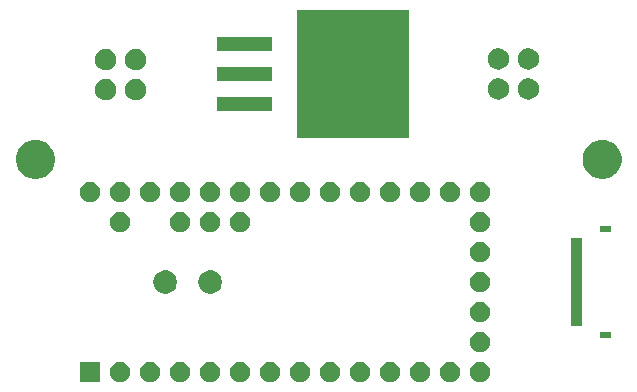
<source format=gbr>
G04 #@! TF.GenerationSoftware,KiCad,Pcbnew,(5.1.5)-2*
G04 #@! TF.CreationDate,2020-01-08T13:09:33+10:00*
G04 #@! TF.ProjectId,teensy-carrier,7465656e-7379-42d6-9361-72726965722e,rev?*
G04 #@! TF.SameCoordinates,Original*
G04 #@! TF.FileFunction,Soldermask,Top*
G04 #@! TF.FilePolarity,Negative*
%FSLAX46Y46*%
G04 Gerber Fmt 4.6, Leading zero omitted, Abs format (unit mm)*
G04 Created by KiCad (PCBNEW (5.1.5)-2) date 2020-01-08 13:09:33*
%MOMM*%
%LPD*%
G04 APERTURE LIST*
%ADD10C,0.100000*%
G04 APERTURE END LIST*
D10*
G36*
X696208228Y-396691703D02*
G01*
X696363100Y-396755853D01*
X696502481Y-396848985D01*
X696621015Y-396967519D01*
X696714147Y-397106900D01*
X696778297Y-397261772D01*
X696811000Y-397426184D01*
X696811000Y-397593816D01*
X696778297Y-397758228D01*
X696714147Y-397913100D01*
X696621015Y-398052481D01*
X696502481Y-398171015D01*
X696363100Y-398264147D01*
X696208228Y-398328297D01*
X696043816Y-398361000D01*
X695876184Y-398361000D01*
X695711772Y-398328297D01*
X695556900Y-398264147D01*
X695417519Y-398171015D01*
X695298985Y-398052481D01*
X695205853Y-397913100D01*
X695141703Y-397758228D01*
X695109000Y-397593816D01*
X695109000Y-397426184D01*
X695141703Y-397261772D01*
X695205853Y-397106900D01*
X695298985Y-396967519D01*
X695417519Y-396848985D01*
X695556900Y-396755853D01*
X695711772Y-396691703D01*
X695876184Y-396659000D01*
X696043816Y-396659000D01*
X696208228Y-396691703D01*
G37*
G36*
X708908228Y-396691703D02*
G01*
X709063100Y-396755853D01*
X709202481Y-396848985D01*
X709321015Y-396967519D01*
X709414147Y-397106900D01*
X709478297Y-397261772D01*
X709511000Y-397426184D01*
X709511000Y-397593816D01*
X709478297Y-397758228D01*
X709414147Y-397913100D01*
X709321015Y-398052481D01*
X709202481Y-398171015D01*
X709063100Y-398264147D01*
X708908228Y-398328297D01*
X708743816Y-398361000D01*
X708576184Y-398361000D01*
X708411772Y-398328297D01*
X708256900Y-398264147D01*
X708117519Y-398171015D01*
X707998985Y-398052481D01*
X707905853Y-397913100D01*
X707841703Y-397758228D01*
X707809000Y-397593816D01*
X707809000Y-397426184D01*
X707841703Y-397261772D01*
X707905853Y-397106900D01*
X707998985Y-396967519D01*
X708117519Y-396848985D01*
X708256900Y-396755853D01*
X708411772Y-396691703D01*
X708576184Y-396659000D01*
X708743816Y-396659000D01*
X708908228Y-396691703D01*
G37*
G36*
X706368228Y-396691703D02*
G01*
X706523100Y-396755853D01*
X706662481Y-396848985D01*
X706781015Y-396967519D01*
X706874147Y-397106900D01*
X706938297Y-397261772D01*
X706971000Y-397426184D01*
X706971000Y-397593816D01*
X706938297Y-397758228D01*
X706874147Y-397913100D01*
X706781015Y-398052481D01*
X706662481Y-398171015D01*
X706523100Y-398264147D01*
X706368228Y-398328297D01*
X706203816Y-398361000D01*
X706036184Y-398361000D01*
X705871772Y-398328297D01*
X705716900Y-398264147D01*
X705577519Y-398171015D01*
X705458985Y-398052481D01*
X705365853Y-397913100D01*
X705301703Y-397758228D01*
X705269000Y-397593816D01*
X705269000Y-397426184D01*
X705301703Y-397261772D01*
X705365853Y-397106900D01*
X705458985Y-396967519D01*
X705577519Y-396848985D01*
X705716900Y-396755853D01*
X705871772Y-396691703D01*
X706036184Y-396659000D01*
X706203816Y-396659000D01*
X706368228Y-396691703D01*
G37*
G36*
X703828228Y-396691703D02*
G01*
X703983100Y-396755853D01*
X704122481Y-396848985D01*
X704241015Y-396967519D01*
X704334147Y-397106900D01*
X704398297Y-397261772D01*
X704431000Y-397426184D01*
X704431000Y-397593816D01*
X704398297Y-397758228D01*
X704334147Y-397913100D01*
X704241015Y-398052481D01*
X704122481Y-398171015D01*
X703983100Y-398264147D01*
X703828228Y-398328297D01*
X703663816Y-398361000D01*
X703496184Y-398361000D01*
X703331772Y-398328297D01*
X703176900Y-398264147D01*
X703037519Y-398171015D01*
X702918985Y-398052481D01*
X702825853Y-397913100D01*
X702761703Y-397758228D01*
X702729000Y-397593816D01*
X702729000Y-397426184D01*
X702761703Y-397261772D01*
X702825853Y-397106900D01*
X702918985Y-396967519D01*
X703037519Y-396848985D01*
X703176900Y-396755853D01*
X703331772Y-396691703D01*
X703496184Y-396659000D01*
X703663816Y-396659000D01*
X703828228Y-396691703D01*
G37*
G36*
X701288228Y-396691703D02*
G01*
X701443100Y-396755853D01*
X701582481Y-396848985D01*
X701701015Y-396967519D01*
X701794147Y-397106900D01*
X701858297Y-397261772D01*
X701891000Y-397426184D01*
X701891000Y-397593816D01*
X701858297Y-397758228D01*
X701794147Y-397913100D01*
X701701015Y-398052481D01*
X701582481Y-398171015D01*
X701443100Y-398264147D01*
X701288228Y-398328297D01*
X701123816Y-398361000D01*
X700956184Y-398361000D01*
X700791772Y-398328297D01*
X700636900Y-398264147D01*
X700497519Y-398171015D01*
X700378985Y-398052481D01*
X700285853Y-397913100D01*
X700221703Y-397758228D01*
X700189000Y-397593816D01*
X700189000Y-397426184D01*
X700221703Y-397261772D01*
X700285853Y-397106900D01*
X700378985Y-396967519D01*
X700497519Y-396848985D01*
X700636900Y-396755853D01*
X700791772Y-396691703D01*
X700956184Y-396659000D01*
X701123816Y-396659000D01*
X701288228Y-396691703D01*
G37*
G36*
X698748228Y-396691703D02*
G01*
X698903100Y-396755853D01*
X699042481Y-396848985D01*
X699161015Y-396967519D01*
X699254147Y-397106900D01*
X699318297Y-397261772D01*
X699351000Y-397426184D01*
X699351000Y-397593816D01*
X699318297Y-397758228D01*
X699254147Y-397913100D01*
X699161015Y-398052481D01*
X699042481Y-398171015D01*
X698903100Y-398264147D01*
X698748228Y-398328297D01*
X698583816Y-398361000D01*
X698416184Y-398361000D01*
X698251772Y-398328297D01*
X698096900Y-398264147D01*
X697957519Y-398171015D01*
X697838985Y-398052481D01*
X697745853Y-397913100D01*
X697681703Y-397758228D01*
X697649000Y-397593816D01*
X697649000Y-397426184D01*
X697681703Y-397261772D01*
X697745853Y-397106900D01*
X697838985Y-396967519D01*
X697957519Y-396848985D01*
X698096900Y-396755853D01*
X698251772Y-396691703D01*
X698416184Y-396659000D01*
X698583816Y-396659000D01*
X698748228Y-396691703D01*
G37*
G36*
X693668228Y-396691703D02*
G01*
X693823100Y-396755853D01*
X693962481Y-396848985D01*
X694081015Y-396967519D01*
X694174147Y-397106900D01*
X694238297Y-397261772D01*
X694271000Y-397426184D01*
X694271000Y-397593816D01*
X694238297Y-397758228D01*
X694174147Y-397913100D01*
X694081015Y-398052481D01*
X693962481Y-398171015D01*
X693823100Y-398264147D01*
X693668228Y-398328297D01*
X693503816Y-398361000D01*
X693336184Y-398361000D01*
X693171772Y-398328297D01*
X693016900Y-398264147D01*
X692877519Y-398171015D01*
X692758985Y-398052481D01*
X692665853Y-397913100D01*
X692601703Y-397758228D01*
X692569000Y-397593816D01*
X692569000Y-397426184D01*
X692601703Y-397261772D01*
X692665853Y-397106900D01*
X692758985Y-396967519D01*
X692877519Y-396848985D01*
X693016900Y-396755853D01*
X693171772Y-396691703D01*
X693336184Y-396659000D01*
X693503816Y-396659000D01*
X693668228Y-396691703D01*
G37*
G36*
X691128228Y-396691703D02*
G01*
X691283100Y-396755853D01*
X691422481Y-396848985D01*
X691541015Y-396967519D01*
X691634147Y-397106900D01*
X691698297Y-397261772D01*
X691731000Y-397426184D01*
X691731000Y-397593816D01*
X691698297Y-397758228D01*
X691634147Y-397913100D01*
X691541015Y-398052481D01*
X691422481Y-398171015D01*
X691283100Y-398264147D01*
X691128228Y-398328297D01*
X690963816Y-398361000D01*
X690796184Y-398361000D01*
X690631772Y-398328297D01*
X690476900Y-398264147D01*
X690337519Y-398171015D01*
X690218985Y-398052481D01*
X690125853Y-397913100D01*
X690061703Y-397758228D01*
X690029000Y-397593816D01*
X690029000Y-397426184D01*
X690061703Y-397261772D01*
X690125853Y-397106900D01*
X690218985Y-396967519D01*
X690337519Y-396848985D01*
X690476900Y-396755853D01*
X690631772Y-396691703D01*
X690796184Y-396659000D01*
X690963816Y-396659000D01*
X691128228Y-396691703D01*
G37*
G36*
X688588228Y-396691703D02*
G01*
X688743100Y-396755853D01*
X688882481Y-396848985D01*
X689001015Y-396967519D01*
X689094147Y-397106900D01*
X689158297Y-397261772D01*
X689191000Y-397426184D01*
X689191000Y-397593816D01*
X689158297Y-397758228D01*
X689094147Y-397913100D01*
X689001015Y-398052481D01*
X688882481Y-398171015D01*
X688743100Y-398264147D01*
X688588228Y-398328297D01*
X688423816Y-398361000D01*
X688256184Y-398361000D01*
X688091772Y-398328297D01*
X687936900Y-398264147D01*
X687797519Y-398171015D01*
X687678985Y-398052481D01*
X687585853Y-397913100D01*
X687521703Y-397758228D01*
X687489000Y-397593816D01*
X687489000Y-397426184D01*
X687521703Y-397261772D01*
X687585853Y-397106900D01*
X687678985Y-396967519D01*
X687797519Y-396848985D01*
X687936900Y-396755853D01*
X688091772Y-396691703D01*
X688256184Y-396659000D01*
X688423816Y-396659000D01*
X688588228Y-396691703D01*
G37*
G36*
X686048228Y-396691703D02*
G01*
X686203100Y-396755853D01*
X686342481Y-396848985D01*
X686461015Y-396967519D01*
X686554147Y-397106900D01*
X686618297Y-397261772D01*
X686651000Y-397426184D01*
X686651000Y-397593816D01*
X686618297Y-397758228D01*
X686554147Y-397913100D01*
X686461015Y-398052481D01*
X686342481Y-398171015D01*
X686203100Y-398264147D01*
X686048228Y-398328297D01*
X685883816Y-398361000D01*
X685716184Y-398361000D01*
X685551772Y-398328297D01*
X685396900Y-398264147D01*
X685257519Y-398171015D01*
X685138985Y-398052481D01*
X685045853Y-397913100D01*
X684981703Y-397758228D01*
X684949000Y-397593816D01*
X684949000Y-397426184D01*
X684981703Y-397261772D01*
X685045853Y-397106900D01*
X685138985Y-396967519D01*
X685257519Y-396848985D01*
X685396900Y-396755853D01*
X685551772Y-396691703D01*
X685716184Y-396659000D01*
X685883816Y-396659000D01*
X686048228Y-396691703D01*
G37*
G36*
X683508228Y-396691703D02*
G01*
X683663100Y-396755853D01*
X683802481Y-396848985D01*
X683921015Y-396967519D01*
X684014147Y-397106900D01*
X684078297Y-397261772D01*
X684111000Y-397426184D01*
X684111000Y-397593816D01*
X684078297Y-397758228D01*
X684014147Y-397913100D01*
X683921015Y-398052481D01*
X683802481Y-398171015D01*
X683663100Y-398264147D01*
X683508228Y-398328297D01*
X683343816Y-398361000D01*
X683176184Y-398361000D01*
X683011772Y-398328297D01*
X682856900Y-398264147D01*
X682717519Y-398171015D01*
X682598985Y-398052481D01*
X682505853Y-397913100D01*
X682441703Y-397758228D01*
X682409000Y-397593816D01*
X682409000Y-397426184D01*
X682441703Y-397261772D01*
X682505853Y-397106900D01*
X682598985Y-396967519D01*
X682717519Y-396848985D01*
X682856900Y-396755853D01*
X683011772Y-396691703D01*
X683176184Y-396659000D01*
X683343816Y-396659000D01*
X683508228Y-396691703D01*
G37*
G36*
X680968228Y-396691703D02*
G01*
X681123100Y-396755853D01*
X681262481Y-396848985D01*
X681381015Y-396967519D01*
X681474147Y-397106900D01*
X681538297Y-397261772D01*
X681571000Y-397426184D01*
X681571000Y-397593816D01*
X681538297Y-397758228D01*
X681474147Y-397913100D01*
X681381015Y-398052481D01*
X681262481Y-398171015D01*
X681123100Y-398264147D01*
X680968228Y-398328297D01*
X680803816Y-398361000D01*
X680636184Y-398361000D01*
X680471772Y-398328297D01*
X680316900Y-398264147D01*
X680177519Y-398171015D01*
X680058985Y-398052481D01*
X679965853Y-397913100D01*
X679901703Y-397758228D01*
X679869000Y-397593816D01*
X679869000Y-397426184D01*
X679901703Y-397261772D01*
X679965853Y-397106900D01*
X680058985Y-396967519D01*
X680177519Y-396848985D01*
X680316900Y-396755853D01*
X680471772Y-396691703D01*
X680636184Y-396659000D01*
X680803816Y-396659000D01*
X680968228Y-396691703D01*
G37*
G36*
X678428228Y-396691703D02*
G01*
X678583100Y-396755853D01*
X678722481Y-396848985D01*
X678841015Y-396967519D01*
X678934147Y-397106900D01*
X678998297Y-397261772D01*
X679031000Y-397426184D01*
X679031000Y-397593816D01*
X678998297Y-397758228D01*
X678934147Y-397913100D01*
X678841015Y-398052481D01*
X678722481Y-398171015D01*
X678583100Y-398264147D01*
X678428228Y-398328297D01*
X678263816Y-398361000D01*
X678096184Y-398361000D01*
X677931772Y-398328297D01*
X677776900Y-398264147D01*
X677637519Y-398171015D01*
X677518985Y-398052481D01*
X677425853Y-397913100D01*
X677361703Y-397758228D01*
X677329000Y-397593816D01*
X677329000Y-397426184D01*
X677361703Y-397261772D01*
X677425853Y-397106900D01*
X677518985Y-396967519D01*
X677637519Y-396848985D01*
X677776900Y-396755853D01*
X677931772Y-396691703D01*
X678096184Y-396659000D01*
X678263816Y-396659000D01*
X678428228Y-396691703D01*
G37*
G36*
X676491000Y-398361000D02*
G01*
X674789000Y-398361000D01*
X674789000Y-396659000D01*
X676491000Y-396659000D01*
X676491000Y-398361000D01*
G37*
G36*
X708908228Y-394151703D02*
G01*
X709063100Y-394215853D01*
X709202481Y-394308985D01*
X709321015Y-394427519D01*
X709414147Y-394566900D01*
X709478297Y-394721772D01*
X709511000Y-394886184D01*
X709511000Y-395053816D01*
X709478297Y-395218228D01*
X709414147Y-395373100D01*
X709321015Y-395512481D01*
X709202481Y-395631015D01*
X709063100Y-395724147D01*
X708908228Y-395788297D01*
X708743816Y-395821000D01*
X708576184Y-395821000D01*
X708411772Y-395788297D01*
X708256900Y-395724147D01*
X708117519Y-395631015D01*
X707998985Y-395512481D01*
X707905853Y-395373100D01*
X707841703Y-395218228D01*
X707809000Y-395053816D01*
X707809000Y-394886184D01*
X707841703Y-394721772D01*
X707905853Y-394566900D01*
X707998985Y-394427519D01*
X708117519Y-394308985D01*
X708256900Y-394215853D01*
X708411772Y-394151703D01*
X708576184Y-394119000D01*
X708743816Y-394119000D01*
X708908228Y-394151703D01*
G37*
G36*
X719751000Y-394641000D02*
G01*
X718849000Y-394641000D01*
X718849000Y-394139000D01*
X719751000Y-394139000D01*
X719751000Y-394641000D01*
G37*
G36*
X717251000Y-393591000D02*
G01*
X716349000Y-393591000D01*
X716349000Y-386189000D01*
X717251000Y-386189000D01*
X717251000Y-393591000D01*
G37*
G36*
X708908228Y-391611703D02*
G01*
X709063100Y-391675853D01*
X709202481Y-391768985D01*
X709321015Y-391887519D01*
X709414147Y-392026900D01*
X709478297Y-392181772D01*
X709511000Y-392346184D01*
X709511000Y-392513816D01*
X709478297Y-392678228D01*
X709414147Y-392833100D01*
X709321015Y-392972481D01*
X709202481Y-393091015D01*
X709063100Y-393184147D01*
X708908228Y-393248297D01*
X708743816Y-393281000D01*
X708576184Y-393281000D01*
X708411772Y-393248297D01*
X708256900Y-393184147D01*
X708117519Y-393091015D01*
X707998985Y-392972481D01*
X707905853Y-392833100D01*
X707841703Y-392678228D01*
X707809000Y-392513816D01*
X707809000Y-392346184D01*
X707841703Y-392181772D01*
X707905853Y-392026900D01*
X707998985Y-391887519D01*
X708117519Y-391768985D01*
X708256900Y-391675853D01*
X708411772Y-391611703D01*
X708576184Y-391579000D01*
X708743816Y-391579000D01*
X708908228Y-391611703D01*
G37*
G36*
X682185285Y-388908234D02*
G01*
X682281981Y-388927468D01*
X682464151Y-389002926D01*
X682628100Y-389112473D01*
X682767527Y-389251900D01*
X682877074Y-389415849D01*
X682952532Y-389598019D01*
X682991000Y-389791410D01*
X682991000Y-389988590D01*
X682952532Y-390181981D01*
X682877074Y-390364151D01*
X682767527Y-390528100D01*
X682628100Y-390667527D01*
X682464151Y-390777074D01*
X682281981Y-390852532D01*
X682185285Y-390871766D01*
X682088591Y-390891000D01*
X681891409Y-390891000D01*
X681698019Y-390852532D01*
X681515849Y-390777074D01*
X681351900Y-390667527D01*
X681212473Y-390528100D01*
X681102926Y-390364151D01*
X681027468Y-390181981D01*
X680989000Y-389988590D01*
X680989000Y-389791410D01*
X681027468Y-389598019D01*
X681102926Y-389415849D01*
X681212473Y-389251900D01*
X681351900Y-389112473D01*
X681515849Y-389002926D01*
X681698019Y-388927468D01*
X681794715Y-388908234D01*
X681891409Y-388889000D01*
X682088591Y-388889000D01*
X682185285Y-388908234D01*
G37*
G36*
X685995285Y-388908234D02*
G01*
X686091981Y-388927468D01*
X686274151Y-389002926D01*
X686438100Y-389112473D01*
X686577527Y-389251900D01*
X686687074Y-389415849D01*
X686762532Y-389598019D01*
X686801000Y-389791410D01*
X686801000Y-389988590D01*
X686762532Y-390181981D01*
X686687074Y-390364151D01*
X686577527Y-390528100D01*
X686438100Y-390667527D01*
X686274151Y-390777074D01*
X686091981Y-390852532D01*
X685995285Y-390871766D01*
X685898591Y-390891000D01*
X685701409Y-390891000D01*
X685508019Y-390852532D01*
X685325849Y-390777074D01*
X685161900Y-390667527D01*
X685022473Y-390528100D01*
X684912926Y-390364151D01*
X684837468Y-390181981D01*
X684799000Y-389988590D01*
X684799000Y-389791410D01*
X684837468Y-389598019D01*
X684912926Y-389415849D01*
X685022473Y-389251900D01*
X685161900Y-389112473D01*
X685325849Y-389002926D01*
X685508019Y-388927468D01*
X685604715Y-388908234D01*
X685701409Y-388889000D01*
X685898591Y-388889000D01*
X685995285Y-388908234D01*
G37*
G36*
X708908228Y-389071703D02*
G01*
X709063100Y-389135853D01*
X709202481Y-389228985D01*
X709321015Y-389347519D01*
X709414147Y-389486900D01*
X709478297Y-389641772D01*
X709511000Y-389806184D01*
X709511000Y-389973816D01*
X709478297Y-390138228D01*
X709414147Y-390293100D01*
X709321015Y-390432481D01*
X709202481Y-390551015D01*
X709063100Y-390644147D01*
X708908228Y-390708297D01*
X708743816Y-390741000D01*
X708576184Y-390741000D01*
X708411772Y-390708297D01*
X708256900Y-390644147D01*
X708117519Y-390551015D01*
X707998985Y-390432481D01*
X707905853Y-390293100D01*
X707841703Y-390138228D01*
X707809000Y-389973816D01*
X707809000Y-389806184D01*
X707841703Y-389641772D01*
X707905853Y-389486900D01*
X707998985Y-389347519D01*
X708117519Y-389228985D01*
X708256900Y-389135853D01*
X708411772Y-389071703D01*
X708576184Y-389039000D01*
X708743816Y-389039000D01*
X708908228Y-389071703D01*
G37*
G36*
X708908228Y-386531703D02*
G01*
X709063100Y-386595853D01*
X709202481Y-386688985D01*
X709321015Y-386807519D01*
X709414147Y-386946900D01*
X709478297Y-387101772D01*
X709511000Y-387266184D01*
X709511000Y-387433816D01*
X709478297Y-387598228D01*
X709414147Y-387753100D01*
X709321015Y-387892481D01*
X709202481Y-388011015D01*
X709063100Y-388104147D01*
X708908228Y-388168297D01*
X708743816Y-388201000D01*
X708576184Y-388201000D01*
X708411772Y-388168297D01*
X708256900Y-388104147D01*
X708117519Y-388011015D01*
X707998985Y-387892481D01*
X707905853Y-387753100D01*
X707841703Y-387598228D01*
X707809000Y-387433816D01*
X707809000Y-387266184D01*
X707841703Y-387101772D01*
X707905853Y-386946900D01*
X707998985Y-386807519D01*
X708117519Y-386688985D01*
X708256900Y-386595853D01*
X708411772Y-386531703D01*
X708576184Y-386499000D01*
X708743816Y-386499000D01*
X708908228Y-386531703D01*
G37*
G36*
X678428228Y-383991703D02*
G01*
X678583100Y-384055853D01*
X678722481Y-384148985D01*
X678841015Y-384267519D01*
X678934147Y-384406900D01*
X678998297Y-384561772D01*
X679031000Y-384726184D01*
X679031000Y-384893816D01*
X678998297Y-385058228D01*
X678934147Y-385213100D01*
X678841015Y-385352481D01*
X678722481Y-385471015D01*
X678583100Y-385564147D01*
X678428228Y-385628297D01*
X678263816Y-385661000D01*
X678096184Y-385661000D01*
X677931772Y-385628297D01*
X677776900Y-385564147D01*
X677637519Y-385471015D01*
X677518985Y-385352481D01*
X677425853Y-385213100D01*
X677361703Y-385058228D01*
X677329000Y-384893816D01*
X677329000Y-384726184D01*
X677361703Y-384561772D01*
X677425853Y-384406900D01*
X677518985Y-384267519D01*
X677637519Y-384148985D01*
X677776900Y-384055853D01*
X677931772Y-383991703D01*
X678096184Y-383959000D01*
X678263816Y-383959000D01*
X678428228Y-383991703D01*
G37*
G36*
X708908228Y-383991703D02*
G01*
X709063100Y-384055853D01*
X709202481Y-384148985D01*
X709321015Y-384267519D01*
X709414147Y-384406900D01*
X709478297Y-384561772D01*
X709511000Y-384726184D01*
X709511000Y-384893816D01*
X709478297Y-385058228D01*
X709414147Y-385213100D01*
X709321015Y-385352481D01*
X709202481Y-385471015D01*
X709063100Y-385564147D01*
X708908228Y-385628297D01*
X708743816Y-385661000D01*
X708576184Y-385661000D01*
X708411772Y-385628297D01*
X708256900Y-385564147D01*
X708117519Y-385471015D01*
X707998985Y-385352481D01*
X707905853Y-385213100D01*
X707841703Y-385058228D01*
X707809000Y-384893816D01*
X707809000Y-384726184D01*
X707841703Y-384561772D01*
X707905853Y-384406900D01*
X707998985Y-384267519D01*
X708117519Y-384148985D01*
X708256900Y-384055853D01*
X708411772Y-383991703D01*
X708576184Y-383959000D01*
X708743816Y-383959000D01*
X708908228Y-383991703D01*
G37*
G36*
X683508228Y-383991703D02*
G01*
X683663100Y-384055853D01*
X683802481Y-384148985D01*
X683921015Y-384267519D01*
X684014147Y-384406900D01*
X684078297Y-384561772D01*
X684111000Y-384726184D01*
X684111000Y-384893816D01*
X684078297Y-385058228D01*
X684014147Y-385213100D01*
X683921015Y-385352481D01*
X683802481Y-385471015D01*
X683663100Y-385564147D01*
X683508228Y-385628297D01*
X683343816Y-385661000D01*
X683176184Y-385661000D01*
X683011772Y-385628297D01*
X682856900Y-385564147D01*
X682717519Y-385471015D01*
X682598985Y-385352481D01*
X682505853Y-385213100D01*
X682441703Y-385058228D01*
X682409000Y-384893816D01*
X682409000Y-384726184D01*
X682441703Y-384561772D01*
X682505853Y-384406900D01*
X682598985Y-384267519D01*
X682717519Y-384148985D01*
X682856900Y-384055853D01*
X683011772Y-383991703D01*
X683176184Y-383959000D01*
X683343816Y-383959000D01*
X683508228Y-383991703D01*
G37*
G36*
X686048228Y-383991703D02*
G01*
X686203100Y-384055853D01*
X686342481Y-384148985D01*
X686461015Y-384267519D01*
X686554147Y-384406900D01*
X686618297Y-384561772D01*
X686651000Y-384726184D01*
X686651000Y-384893816D01*
X686618297Y-385058228D01*
X686554147Y-385213100D01*
X686461015Y-385352481D01*
X686342481Y-385471015D01*
X686203100Y-385564147D01*
X686048228Y-385628297D01*
X685883816Y-385661000D01*
X685716184Y-385661000D01*
X685551772Y-385628297D01*
X685396900Y-385564147D01*
X685257519Y-385471015D01*
X685138985Y-385352481D01*
X685045853Y-385213100D01*
X684981703Y-385058228D01*
X684949000Y-384893816D01*
X684949000Y-384726184D01*
X684981703Y-384561772D01*
X685045853Y-384406900D01*
X685138985Y-384267519D01*
X685257519Y-384148985D01*
X685396900Y-384055853D01*
X685551772Y-383991703D01*
X685716184Y-383959000D01*
X685883816Y-383959000D01*
X686048228Y-383991703D01*
G37*
G36*
X688588228Y-383991703D02*
G01*
X688743100Y-384055853D01*
X688882481Y-384148985D01*
X689001015Y-384267519D01*
X689094147Y-384406900D01*
X689158297Y-384561772D01*
X689191000Y-384726184D01*
X689191000Y-384893816D01*
X689158297Y-385058228D01*
X689094147Y-385213100D01*
X689001015Y-385352481D01*
X688882481Y-385471015D01*
X688743100Y-385564147D01*
X688588228Y-385628297D01*
X688423816Y-385661000D01*
X688256184Y-385661000D01*
X688091772Y-385628297D01*
X687936900Y-385564147D01*
X687797519Y-385471015D01*
X687678985Y-385352481D01*
X687585853Y-385213100D01*
X687521703Y-385058228D01*
X687489000Y-384893816D01*
X687489000Y-384726184D01*
X687521703Y-384561772D01*
X687585853Y-384406900D01*
X687678985Y-384267519D01*
X687797519Y-384148985D01*
X687936900Y-384055853D01*
X688091772Y-383991703D01*
X688256184Y-383959000D01*
X688423816Y-383959000D01*
X688588228Y-383991703D01*
G37*
G36*
X719751000Y-385641000D02*
G01*
X718849000Y-385641000D01*
X718849000Y-385139000D01*
X719751000Y-385139000D01*
X719751000Y-385641000D01*
G37*
G36*
X680968228Y-381451703D02*
G01*
X681123100Y-381515853D01*
X681262481Y-381608985D01*
X681381015Y-381727519D01*
X681474147Y-381866900D01*
X681538297Y-382021772D01*
X681571000Y-382186184D01*
X681571000Y-382353816D01*
X681538297Y-382518228D01*
X681474147Y-382673100D01*
X681381015Y-382812481D01*
X681262481Y-382931015D01*
X681123100Y-383024147D01*
X680968228Y-383088297D01*
X680803816Y-383121000D01*
X680636184Y-383121000D01*
X680471772Y-383088297D01*
X680316900Y-383024147D01*
X680177519Y-382931015D01*
X680058985Y-382812481D01*
X679965853Y-382673100D01*
X679901703Y-382518228D01*
X679869000Y-382353816D01*
X679869000Y-382186184D01*
X679901703Y-382021772D01*
X679965853Y-381866900D01*
X680058985Y-381727519D01*
X680177519Y-381608985D01*
X680316900Y-381515853D01*
X680471772Y-381451703D01*
X680636184Y-381419000D01*
X680803816Y-381419000D01*
X680968228Y-381451703D01*
G37*
G36*
X688588228Y-381451703D02*
G01*
X688743100Y-381515853D01*
X688882481Y-381608985D01*
X689001015Y-381727519D01*
X689094147Y-381866900D01*
X689158297Y-382021772D01*
X689191000Y-382186184D01*
X689191000Y-382353816D01*
X689158297Y-382518228D01*
X689094147Y-382673100D01*
X689001015Y-382812481D01*
X688882481Y-382931015D01*
X688743100Y-383024147D01*
X688588228Y-383088297D01*
X688423816Y-383121000D01*
X688256184Y-383121000D01*
X688091772Y-383088297D01*
X687936900Y-383024147D01*
X687797519Y-382931015D01*
X687678985Y-382812481D01*
X687585853Y-382673100D01*
X687521703Y-382518228D01*
X687489000Y-382353816D01*
X687489000Y-382186184D01*
X687521703Y-382021772D01*
X687585853Y-381866900D01*
X687678985Y-381727519D01*
X687797519Y-381608985D01*
X687936900Y-381515853D01*
X688091772Y-381451703D01*
X688256184Y-381419000D01*
X688423816Y-381419000D01*
X688588228Y-381451703D01*
G37*
G36*
X686048228Y-381451703D02*
G01*
X686203100Y-381515853D01*
X686342481Y-381608985D01*
X686461015Y-381727519D01*
X686554147Y-381866900D01*
X686618297Y-382021772D01*
X686651000Y-382186184D01*
X686651000Y-382353816D01*
X686618297Y-382518228D01*
X686554147Y-382673100D01*
X686461015Y-382812481D01*
X686342481Y-382931015D01*
X686203100Y-383024147D01*
X686048228Y-383088297D01*
X685883816Y-383121000D01*
X685716184Y-383121000D01*
X685551772Y-383088297D01*
X685396900Y-383024147D01*
X685257519Y-382931015D01*
X685138985Y-382812481D01*
X685045853Y-382673100D01*
X684981703Y-382518228D01*
X684949000Y-382353816D01*
X684949000Y-382186184D01*
X684981703Y-382021772D01*
X685045853Y-381866900D01*
X685138985Y-381727519D01*
X685257519Y-381608985D01*
X685396900Y-381515853D01*
X685551772Y-381451703D01*
X685716184Y-381419000D01*
X685883816Y-381419000D01*
X686048228Y-381451703D01*
G37*
G36*
X683508228Y-381451703D02*
G01*
X683663100Y-381515853D01*
X683802481Y-381608985D01*
X683921015Y-381727519D01*
X684014147Y-381866900D01*
X684078297Y-382021772D01*
X684111000Y-382186184D01*
X684111000Y-382353816D01*
X684078297Y-382518228D01*
X684014147Y-382673100D01*
X683921015Y-382812481D01*
X683802481Y-382931015D01*
X683663100Y-383024147D01*
X683508228Y-383088297D01*
X683343816Y-383121000D01*
X683176184Y-383121000D01*
X683011772Y-383088297D01*
X682856900Y-383024147D01*
X682717519Y-382931015D01*
X682598985Y-382812481D01*
X682505853Y-382673100D01*
X682441703Y-382518228D01*
X682409000Y-382353816D01*
X682409000Y-382186184D01*
X682441703Y-382021772D01*
X682505853Y-381866900D01*
X682598985Y-381727519D01*
X682717519Y-381608985D01*
X682856900Y-381515853D01*
X683011772Y-381451703D01*
X683176184Y-381419000D01*
X683343816Y-381419000D01*
X683508228Y-381451703D01*
G37*
G36*
X708908228Y-381451703D02*
G01*
X709063100Y-381515853D01*
X709202481Y-381608985D01*
X709321015Y-381727519D01*
X709414147Y-381866900D01*
X709478297Y-382021772D01*
X709511000Y-382186184D01*
X709511000Y-382353816D01*
X709478297Y-382518228D01*
X709414147Y-382673100D01*
X709321015Y-382812481D01*
X709202481Y-382931015D01*
X709063100Y-383024147D01*
X708908228Y-383088297D01*
X708743816Y-383121000D01*
X708576184Y-383121000D01*
X708411772Y-383088297D01*
X708256900Y-383024147D01*
X708117519Y-382931015D01*
X707998985Y-382812481D01*
X707905853Y-382673100D01*
X707841703Y-382518228D01*
X707809000Y-382353816D01*
X707809000Y-382186184D01*
X707841703Y-382021772D01*
X707905853Y-381866900D01*
X707998985Y-381727519D01*
X708117519Y-381608985D01*
X708256900Y-381515853D01*
X708411772Y-381451703D01*
X708576184Y-381419000D01*
X708743816Y-381419000D01*
X708908228Y-381451703D01*
G37*
G36*
X678428228Y-381451703D02*
G01*
X678583100Y-381515853D01*
X678722481Y-381608985D01*
X678841015Y-381727519D01*
X678934147Y-381866900D01*
X678998297Y-382021772D01*
X679031000Y-382186184D01*
X679031000Y-382353816D01*
X678998297Y-382518228D01*
X678934147Y-382673100D01*
X678841015Y-382812481D01*
X678722481Y-382931015D01*
X678583100Y-383024147D01*
X678428228Y-383088297D01*
X678263816Y-383121000D01*
X678096184Y-383121000D01*
X677931772Y-383088297D01*
X677776900Y-383024147D01*
X677637519Y-382931015D01*
X677518985Y-382812481D01*
X677425853Y-382673100D01*
X677361703Y-382518228D01*
X677329000Y-382353816D01*
X677329000Y-382186184D01*
X677361703Y-382021772D01*
X677425853Y-381866900D01*
X677518985Y-381727519D01*
X677637519Y-381608985D01*
X677776900Y-381515853D01*
X677931772Y-381451703D01*
X678096184Y-381419000D01*
X678263816Y-381419000D01*
X678428228Y-381451703D01*
G37*
G36*
X675888228Y-381451703D02*
G01*
X676043100Y-381515853D01*
X676182481Y-381608985D01*
X676301015Y-381727519D01*
X676394147Y-381866900D01*
X676458297Y-382021772D01*
X676491000Y-382186184D01*
X676491000Y-382353816D01*
X676458297Y-382518228D01*
X676394147Y-382673100D01*
X676301015Y-382812481D01*
X676182481Y-382931015D01*
X676043100Y-383024147D01*
X675888228Y-383088297D01*
X675723816Y-383121000D01*
X675556184Y-383121000D01*
X675391772Y-383088297D01*
X675236900Y-383024147D01*
X675097519Y-382931015D01*
X674978985Y-382812481D01*
X674885853Y-382673100D01*
X674821703Y-382518228D01*
X674789000Y-382353816D01*
X674789000Y-382186184D01*
X674821703Y-382021772D01*
X674885853Y-381866900D01*
X674978985Y-381727519D01*
X675097519Y-381608985D01*
X675236900Y-381515853D01*
X675391772Y-381451703D01*
X675556184Y-381419000D01*
X675723816Y-381419000D01*
X675888228Y-381451703D01*
G37*
G36*
X693668228Y-381451703D02*
G01*
X693823100Y-381515853D01*
X693962481Y-381608985D01*
X694081015Y-381727519D01*
X694174147Y-381866900D01*
X694238297Y-382021772D01*
X694271000Y-382186184D01*
X694271000Y-382353816D01*
X694238297Y-382518228D01*
X694174147Y-382673100D01*
X694081015Y-382812481D01*
X693962481Y-382931015D01*
X693823100Y-383024147D01*
X693668228Y-383088297D01*
X693503816Y-383121000D01*
X693336184Y-383121000D01*
X693171772Y-383088297D01*
X693016900Y-383024147D01*
X692877519Y-382931015D01*
X692758985Y-382812481D01*
X692665853Y-382673100D01*
X692601703Y-382518228D01*
X692569000Y-382353816D01*
X692569000Y-382186184D01*
X692601703Y-382021772D01*
X692665853Y-381866900D01*
X692758985Y-381727519D01*
X692877519Y-381608985D01*
X693016900Y-381515853D01*
X693171772Y-381451703D01*
X693336184Y-381419000D01*
X693503816Y-381419000D01*
X693668228Y-381451703D01*
G37*
G36*
X696208228Y-381451703D02*
G01*
X696363100Y-381515853D01*
X696502481Y-381608985D01*
X696621015Y-381727519D01*
X696714147Y-381866900D01*
X696778297Y-382021772D01*
X696811000Y-382186184D01*
X696811000Y-382353816D01*
X696778297Y-382518228D01*
X696714147Y-382673100D01*
X696621015Y-382812481D01*
X696502481Y-382931015D01*
X696363100Y-383024147D01*
X696208228Y-383088297D01*
X696043816Y-383121000D01*
X695876184Y-383121000D01*
X695711772Y-383088297D01*
X695556900Y-383024147D01*
X695417519Y-382931015D01*
X695298985Y-382812481D01*
X695205853Y-382673100D01*
X695141703Y-382518228D01*
X695109000Y-382353816D01*
X695109000Y-382186184D01*
X695141703Y-382021772D01*
X695205853Y-381866900D01*
X695298985Y-381727519D01*
X695417519Y-381608985D01*
X695556900Y-381515853D01*
X695711772Y-381451703D01*
X695876184Y-381419000D01*
X696043816Y-381419000D01*
X696208228Y-381451703D01*
G37*
G36*
X698748228Y-381451703D02*
G01*
X698903100Y-381515853D01*
X699042481Y-381608985D01*
X699161015Y-381727519D01*
X699254147Y-381866900D01*
X699318297Y-382021772D01*
X699351000Y-382186184D01*
X699351000Y-382353816D01*
X699318297Y-382518228D01*
X699254147Y-382673100D01*
X699161015Y-382812481D01*
X699042481Y-382931015D01*
X698903100Y-383024147D01*
X698748228Y-383088297D01*
X698583816Y-383121000D01*
X698416184Y-383121000D01*
X698251772Y-383088297D01*
X698096900Y-383024147D01*
X697957519Y-382931015D01*
X697838985Y-382812481D01*
X697745853Y-382673100D01*
X697681703Y-382518228D01*
X697649000Y-382353816D01*
X697649000Y-382186184D01*
X697681703Y-382021772D01*
X697745853Y-381866900D01*
X697838985Y-381727519D01*
X697957519Y-381608985D01*
X698096900Y-381515853D01*
X698251772Y-381451703D01*
X698416184Y-381419000D01*
X698583816Y-381419000D01*
X698748228Y-381451703D01*
G37*
G36*
X701288228Y-381451703D02*
G01*
X701443100Y-381515853D01*
X701582481Y-381608985D01*
X701701015Y-381727519D01*
X701794147Y-381866900D01*
X701858297Y-382021772D01*
X701891000Y-382186184D01*
X701891000Y-382353816D01*
X701858297Y-382518228D01*
X701794147Y-382673100D01*
X701701015Y-382812481D01*
X701582481Y-382931015D01*
X701443100Y-383024147D01*
X701288228Y-383088297D01*
X701123816Y-383121000D01*
X700956184Y-383121000D01*
X700791772Y-383088297D01*
X700636900Y-383024147D01*
X700497519Y-382931015D01*
X700378985Y-382812481D01*
X700285853Y-382673100D01*
X700221703Y-382518228D01*
X700189000Y-382353816D01*
X700189000Y-382186184D01*
X700221703Y-382021772D01*
X700285853Y-381866900D01*
X700378985Y-381727519D01*
X700497519Y-381608985D01*
X700636900Y-381515853D01*
X700791772Y-381451703D01*
X700956184Y-381419000D01*
X701123816Y-381419000D01*
X701288228Y-381451703D01*
G37*
G36*
X703828228Y-381451703D02*
G01*
X703983100Y-381515853D01*
X704122481Y-381608985D01*
X704241015Y-381727519D01*
X704334147Y-381866900D01*
X704398297Y-382021772D01*
X704431000Y-382186184D01*
X704431000Y-382353816D01*
X704398297Y-382518228D01*
X704334147Y-382673100D01*
X704241015Y-382812481D01*
X704122481Y-382931015D01*
X703983100Y-383024147D01*
X703828228Y-383088297D01*
X703663816Y-383121000D01*
X703496184Y-383121000D01*
X703331772Y-383088297D01*
X703176900Y-383024147D01*
X703037519Y-382931015D01*
X702918985Y-382812481D01*
X702825853Y-382673100D01*
X702761703Y-382518228D01*
X702729000Y-382353816D01*
X702729000Y-382186184D01*
X702761703Y-382021772D01*
X702825853Y-381866900D01*
X702918985Y-381727519D01*
X703037519Y-381608985D01*
X703176900Y-381515853D01*
X703331772Y-381451703D01*
X703496184Y-381419000D01*
X703663816Y-381419000D01*
X703828228Y-381451703D01*
G37*
G36*
X706368228Y-381451703D02*
G01*
X706523100Y-381515853D01*
X706662481Y-381608985D01*
X706781015Y-381727519D01*
X706874147Y-381866900D01*
X706938297Y-382021772D01*
X706971000Y-382186184D01*
X706971000Y-382353816D01*
X706938297Y-382518228D01*
X706874147Y-382673100D01*
X706781015Y-382812481D01*
X706662481Y-382931015D01*
X706523100Y-383024147D01*
X706368228Y-383088297D01*
X706203816Y-383121000D01*
X706036184Y-383121000D01*
X705871772Y-383088297D01*
X705716900Y-383024147D01*
X705577519Y-382931015D01*
X705458985Y-382812481D01*
X705365853Y-382673100D01*
X705301703Y-382518228D01*
X705269000Y-382353816D01*
X705269000Y-382186184D01*
X705301703Y-382021772D01*
X705365853Y-381866900D01*
X705458985Y-381727519D01*
X705577519Y-381608985D01*
X705716900Y-381515853D01*
X705871772Y-381451703D01*
X706036184Y-381419000D01*
X706203816Y-381419000D01*
X706368228Y-381451703D01*
G37*
G36*
X691128228Y-381451703D02*
G01*
X691283100Y-381515853D01*
X691422481Y-381608985D01*
X691541015Y-381727519D01*
X691634147Y-381866900D01*
X691698297Y-382021772D01*
X691731000Y-382186184D01*
X691731000Y-382353816D01*
X691698297Y-382518228D01*
X691634147Y-382673100D01*
X691541015Y-382812481D01*
X691422481Y-382931015D01*
X691283100Y-383024147D01*
X691128228Y-383088297D01*
X690963816Y-383121000D01*
X690796184Y-383121000D01*
X690631772Y-383088297D01*
X690476900Y-383024147D01*
X690337519Y-382931015D01*
X690218985Y-382812481D01*
X690125853Y-382673100D01*
X690061703Y-382518228D01*
X690029000Y-382353816D01*
X690029000Y-382186184D01*
X690061703Y-382021772D01*
X690125853Y-381866900D01*
X690218985Y-381727519D01*
X690337519Y-381608985D01*
X690476900Y-381515853D01*
X690631772Y-381451703D01*
X690796184Y-381419000D01*
X690963816Y-381419000D01*
X691128228Y-381451703D01*
G37*
G36*
X719375256Y-377891298D02*
G01*
X719481579Y-377912447D01*
X719782042Y-378036903D01*
X720052451Y-378217585D01*
X720282415Y-378447549D01*
X720463097Y-378717958D01*
X720587553Y-379018421D01*
X720651000Y-379337391D01*
X720651000Y-379662609D01*
X720587553Y-379981579D01*
X720463097Y-380282042D01*
X720282415Y-380552451D01*
X720052451Y-380782415D01*
X719782042Y-380963097D01*
X719481579Y-381087553D01*
X719375256Y-381108702D01*
X719162611Y-381151000D01*
X718837389Y-381151000D01*
X718624744Y-381108702D01*
X718518421Y-381087553D01*
X718217958Y-380963097D01*
X717947549Y-380782415D01*
X717717585Y-380552451D01*
X717536903Y-380282042D01*
X717412447Y-379981579D01*
X717349000Y-379662609D01*
X717349000Y-379337391D01*
X717412447Y-379018421D01*
X717536903Y-378717958D01*
X717717585Y-378447549D01*
X717947549Y-378217585D01*
X718217958Y-378036903D01*
X718518421Y-377912447D01*
X718624744Y-377891298D01*
X718837389Y-377849000D01*
X719162611Y-377849000D01*
X719375256Y-377891298D01*
G37*
G36*
X671375256Y-377891298D02*
G01*
X671481579Y-377912447D01*
X671782042Y-378036903D01*
X672052451Y-378217585D01*
X672282415Y-378447549D01*
X672463097Y-378717958D01*
X672587553Y-379018421D01*
X672651000Y-379337391D01*
X672651000Y-379662609D01*
X672587553Y-379981579D01*
X672463097Y-380282042D01*
X672282415Y-380552451D01*
X672052451Y-380782415D01*
X671782042Y-380963097D01*
X671481579Y-381087553D01*
X671375256Y-381108702D01*
X671162611Y-381151000D01*
X670837389Y-381151000D01*
X670624744Y-381108702D01*
X670518421Y-381087553D01*
X670217958Y-380963097D01*
X669947549Y-380782415D01*
X669717585Y-380552451D01*
X669536903Y-380282042D01*
X669412447Y-379981579D01*
X669349000Y-379662609D01*
X669349000Y-379337391D01*
X669412447Y-379018421D01*
X669536903Y-378717958D01*
X669717585Y-378447549D01*
X669947549Y-378217585D01*
X670217958Y-378036903D01*
X670518421Y-377912447D01*
X670624744Y-377891298D01*
X670837389Y-377849000D01*
X671162611Y-377849000D01*
X671375256Y-377891298D01*
G37*
G36*
X702626000Y-377726000D02*
G01*
X693124000Y-377726000D01*
X693124000Y-366824000D01*
X702626000Y-366824000D01*
X702626000Y-377726000D01*
G37*
G36*
X691076000Y-375416000D02*
G01*
X686374000Y-375416000D01*
X686374000Y-374214000D01*
X691076000Y-374214000D01*
X691076000Y-375416000D01*
G37*
G36*
X679613512Y-372703927D02*
G01*
X679762812Y-372733624D01*
X679926784Y-372801544D01*
X680074354Y-372900147D01*
X680199853Y-373025646D01*
X680298456Y-373173216D01*
X680366376Y-373337188D01*
X680401000Y-373511259D01*
X680401000Y-373688741D01*
X680366376Y-373862812D01*
X680298456Y-374026784D01*
X680199853Y-374174354D01*
X680074354Y-374299853D01*
X679926784Y-374398456D01*
X679762812Y-374466376D01*
X679613512Y-374496073D01*
X679588742Y-374501000D01*
X679411258Y-374501000D01*
X679386488Y-374496073D01*
X679237188Y-374466376D01*
X679073216Y-374398456D01*
X678925646Y-374299853D01*
X678800147Y-374174354D01*
X678701544Y-374026784D01*
X678633624Y-373862812D01*
X678599000Y-373688741D01*
X678599000Y-373511259D01*
X678633624Y-373337188D01*
X678701544Y-373173216D01*
X678800147Y-373025646D01*
X678925646Y-372900147D01*
X679073216Y-372801544D01*
X679237188Y-372733624D01*
X679386488Y-372703927D01*
X679411258Y-372699000D01*
X679588742Y-372699000D01*
X679613512Y-372703927D01*
G37*
G36*
X677073512Y-372703927D02*
G01*
X677222812Y-372733624D01*
X677386784Y-372801544D01*
X677534354Y-372900147D01*
X677659853Y-373025646D01*
X677758456Y-373173216D01*
X677826376Y-373337188D01*
X677861000Y-373511259D01*
X677861000Y-373688741D01*
X677826376Y-373862812D01*
X677758456Y-374026784D01*
X677659853Y-374174354D01*
X677534354Y-374299853D01*
X677386784Y-374398456D01*
X677222812Y-374466376D01*
X677073512Y-374496073D01*
X677048742Y-374501000D01*
X676871258Y-374501000D01*
X676846488Y-374496073D01*
X676697188Y-374466376D01*
X676533216Y-374398456D01*
X676385646Y-374299853D01*
X676260147Y-374174354D01*
X676161544Y-374026784D01*
X676093624Y-373862812D01*
X676059000Y-373688741D01*
X676059000Y-373511259D01*
X676093624Y-373337188D01*
X676161544Y-373173216D01*
X676260147Y-373025646D01*
X676385646Y-372900147D01*
X676533216Y-372801544D01*
X676697188Y-372733624D01*
X676846488Y-372703927D01*
X676871258Y-372699000D01*
X677048742Y-372699000D01*
X677073512Y-372703927D01*
G37*
G36*
X712853512Y-372643927D02*
G01*
X713002812Y-372673624D01*
X713166784Y-372741544D01*
X713314354Y-372840147D01*
X713439853Y-372965646D01*
X713538456Y-373113216D01*
X713606376Y-373277188D01*
X713641000Y-373451259D01*
X713641000Y-373628741D01*
X713606376Y-373802812D01*
X713538456Y-373966784D01*
X713439853Y-374114354D01*
X713314354Y-374239853D01*
X713166784Y-374338456D01*
X713002812Y-374406376D01*
X712853512Y-374436073D01*
X712828742Y-374441000D01*
X712651258Y-374441000D01*
X712626488Y-374436073D01*
X712477188Y-374406376D01*
X712313216Y-374338456D01*
X712165646Y-374239853D01*
X712040147Y-374114354D01*
X711941544Y-373966784D01*
X711873624Y-373802812D01*
X711839000Y-373628741D01*
X711839000Y-373451259D01*
X711873624Y-373277188D01*
X711941544Y-373113216D01*
X712040147Y-372965646D01*
X712165646Y-372840147D01*
X712313216Y-372741544D01*
X712477188Y-372673624D01*
X712626488Y-372643927D01*
X712651258Y-372639000D01*
X712828742Y-372639000D01*
X712853512Y-372643927D01*
G37*
G36*
X710313512Y-372643927D02*
G01*
X710462812Y-372673624D01*
X710626784Y-372741544D01*
X710774354Y-372840147D01*
X710899853Y-372965646D01*
X710998456Y-373113216D01*
X711066376Y-373277188D01*
X711101000Y-373451259D01*
X711101000Y-373628741D01*
X711066376Y-373802812D01*
X710998456Y-373966784D01*
X710899853Y-374114354D01*
X710774354Y-374239853D01*
X710626784Y-374338456D01*
X710462812Y-374406376D01*
X710313512Y-374436073D01*
X710288742Y-374441000D01*
X710111258Y-374441000D01*
X710086488Y-374436073D01*
X709937188Y-374406376D01*
X709773216Y-374338456D01*
X709625646Y-374239853D01*
X709500147Y-374114354D01*
X709401544Y-373966784D01*
X709333624Y-373802812D01*
X709299000Y-373628741D01*
X709299000Y-373451259D01*
X709333624Y-373277188D01*
X709401544Y-373113216D01*
X709500147Y-372965646D01*
X709625646Y-372840147D01*
X709773216Y-372741544D01*
X709937188Y-372673624D01*
X710086488Y-372643927D01*
X710111258Y-372639000D01*
X710288742Y-372639000D01*
X710313512Y-372643927D01*
G37*
G36*
X691076000Y-372876000D02*
G01*
X686374000Y-372876000D01*
X686374000Y-371674000D01*
X691076000Y-371674000D01*
X691076000Y-372876000D01*
G37*
G36*
X679613512Y-370163927D02*
G01*
X679762812Y-370193624D01*
X679926784Y-370261544D01*
X680074354Y-370360147D01*
X680199853Y-370485646D01*
X680298456Y-370633216D01*
X680366376Y-370797188D01*
X680401000Y-370971259D01*
X680401000Y-371148741D01*
X680366376Y-371322812D01*
X680298456Y-371486784D01*
X680199853Y-371634354D01*
X680074354Y-371759853D01*
X679926784Y-371858456D01*
X679762812Y-371926376D01*
X679613512Y-371956073D01*
X679588742Y-371961000D01*
X679411258Y-371961000D01*
X679386488Y-371956073D01*
X679237188Y-371926376D01*
X679073216Y-371858456D01*
X678925646Y-371759853D01*
X678800147Y-371634354D01*
X678701544Y-371486784D01*
X678633624Y-371322812D01*
X678599000Y-371148741D01*
X678599000Y-370971259D01*
X678633624Y-370797188D01*
X678701544Y-370633216D01*
X678800147Y-370485646D01*
X678925646Y-370360147D01*
X679073216Y-370261544D01*
X679237188Y-370193624D01*
X679386488Y-370163927D01*
X679411258Y-370159000D01*
X679588742Y-370159000D01*
X679613512Y-370163927D01*
G37*
G36*
X677073512Y-370163927D02*
G01*
X677222812Y-370193624D01*
X677386784Y-370261544D01*
X677534354Y-370360147D01*
X677659853Y-370485646D01*
X677758456Y-370633216D01*
X677826376Y-370797188D01*
X677861000Y-370971259D01*
X677861000Y-371148741D01*
X677826376Y-371322812D01*
X677758456Y-371486784D01*
X677659853Y-371634354D01*
X677534354Y-371759853D01*
X677386784Y-371858456D01*
X677222812Y-371926376D01*
X677073512Y-371956073D01*
X677048742Y-371961000D01*
X676871258Y-371961000D01*
X676846488Y-371956073D01*
X676697188Y-371926376D01*
X676533216Y-371858456D01*
X676385646Y-371759853D01*
X676260147Y-371634354D01*
X676161544Y-371486784D01*
X676093624Y-371322812D01*
X676059000Y-371148741D01*
X676059000Y-370971259D01*
X676093624Y-370797188D01*
X676161544Y-370633216D01*
X676260147Y-370485646D01*
X676385646Y-370360147D01*
X676533216Y-370261544D01*
X676697188Y-370193624D01*
X676846488Y-370163927D01*
X676871258Y-370159000D01*
X677048742Y-370159000D01*
X677073512Y-370163927D01*
G37*
G36*
X712853512Y-370103927D02*
G01*
X713002812Y-370133624D01*
X713166784Y-370201544D01*
X713314354Y-370300147D01*
X713439853Y-370425646D01*
X713538456Y-370573216D01*
X713606376Y-370737188D01*
X713641000Y-370911259D01*
X713641000Y-371088741D01*
X713606376Y-371262812D01*
X713538456Y-371426784D01*
X713439853Y-371574354D01*
X713314354Y-371699853D01*
X713166784Y-371798456D01*
X713002812Y-371866376D01*
X712853512Y-371896073D01*
X712828742Y-371901000D01*
X712651258Y-371901000D01*
X712626488Y-371896073D01*
X712477188Y-371866376D01*
X712313216Y-371798456D01*
X712165646Y-371699853D01*
X712040147Y-371574354D01*
X711941544Y-371426784D01*
X711873624Y-371262812D01*
X711839000Y-371088741D01*
X711839000Y-370911259D01*
X711873624Y-370737188D01*
X711941544Y-370573216D01*
X712040147Y-370425646D01*
X712165646Y-370300147D01*
X712313216Y-370201544D01*
X712477188Y-370133624D01*
X712626488Y-370103927D01*
X712651258Y-370099000D01*
X712828742Y-370099000D01*
X712853512Y-370103927D01*
G37*
G36*
X710313512Y-370103927D02*
G01*
X710462812Y-370133624D01*
X710626784Y-370201544D01*
X710774354Y-370300147D01*
X710899853Y-370425646D01*
X710998456Y-370573216D01*
X711066376Y-370737188D01*
X711101000Y-370911259D01*
X711101000Y-371088741D01*
X711066376Y-371262812D01*
X710998456Y-371426784D01*
X710899853Y-371574354D01*
X710774354Y-371699853D01*
X710626784Y-371798456D01*
X710462812Y-371866376D01*
X710313512Y-371896073D01*
X710288742Y-371901000D01*
X710111258Y-371901000D01*
X710086488Y-371896073D01*
X709937188Y-371866376D01*
X709773216Y-371798456D01*
X709625646Y-371699853D01*
X709500147Y-371574354D01*
X709401544Y-371426784D01*
X709333624Y-371262812D01*
X709299000Y-371088741D01*
X709299000Y-370911259D01*
X709333624Y-370737188D01*
X709401544Y-370573216D01*
X709500147Y-370425646D01*
X709625646Y-370300147D01*
X709773216Y-370201544D01*
X709937188Y-370133624D01*
X710086488Y-370103927D01*
X710111258Y-370099000D01*
X710288742Y-370099000D01*
X710313512Y-370103927D01*
G37*
G36*
X691076000Y-370336000D02*
G01*
X686374000Y-370336000D01*
X686374000Y-369134000D01*
X691076000Y-369134000D01*
X691076000Y-370336000D01*
G37*
M02*

</source>
